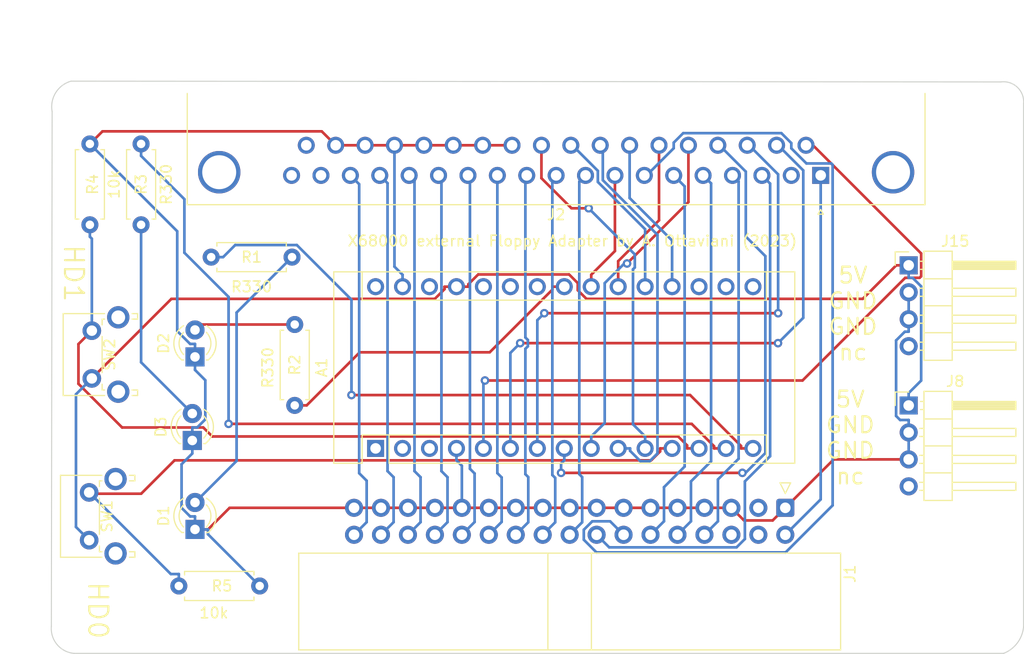
<source format=kicad_pcb>
(kicad_pcb (version 20211014) (generator pcbnew)
  (layers (0 "F.Cu" signal) (31 "B.Cu" signal) (34 "B.Paste" user) (35 "F.Paste" user) (36 "B.SilkS" user "B.Silkscreen") (37 "F.SilkS" user "F.Silkscreen") (38 "B.Mask" user) (39 "F.Mask" user) (44 "Edge.Cuts" user))
  (net 0 "")
  (net 1 "GND")
  (net 2 "~{DENSITY}")
  (net 5 "~{DS3}")
  (net 6 "~{INDEX}")
  (net 7 "~{DS0}")
  (net 8 "~{DS1}")
  (net 9 "~{DS2}")
  (net 10 "~{MOTOR}")
  (net 11 "~{DIR}")
  (net 12 "~{STEP}")
  (net 13 "~{WDATA}")
  (net 14 "~{WGATE}")
  (net 15 "~{TRK0}")
  (net 16 "~{WPROT}")
  (net 17 "~{RDATA}")
  (net 18 "~{SIDE}")
  (net 19 "~{RDY}")
  (net 20 "~{OPT0}")
  (net 22 "~{OPT1}")
  (net 23 "~{OPT2}")
  (net 24 "~{OPT3}")
  (net 25 "~{EJECT}")
  (net 26 "~{EjectMSK}")
  (net 27 "LED")
  (net 28 "~{INSERTED}")
  (net 29 "~{ERROR}")
  (net 30 "~{FDDINT}")
  (net 31 "+5V")
  (net 32 "Net-(D1-Pad2)")
  (net 48 "Net-(D2-Pad2)")
  (net 49 "Net-(D3-Pad2)")
  (net 50 "BT_FD0")
  (net 51 "BT_FD1")
  (net 52 "LED_Err")
  (net 53 "LEDFD0")
  (net 54 "LEDFD1")
  (footprint "LED_THT:LED_D3.0mm" (layer "F.Cu") (at 121.666 81.539 90)
    (fp_text reference "D3" (at 1.27 -2.96 90) (layer "F.SilkS"))
    (fp_text value "LED")
    (pad "1" thru_hole rect (at 0 0 90) (size 1.8 1.8) (drill 0.9) (layers *.Cu *.Mask) (net 1 "GND"))
    (pad "2" thru_hole circle (at 2.54 0 90) (size 1.8 1.8) (drill 0.9) (layers *.Cu *.Mask) (net 49 "Net-(D3-Pad2)"))
  )
  (footprint "Resistor_THT:R_Axial_DIN0207_L6.3mm_D2.5mm_P7.62mm_Horizontal" (layer "F.Cu") (at 128.016 95.25 180)
    (fp_text reference "R5" (at 3.556 0) (layer "F.SilkS"))
    (fp_text value "10k" (at 4.318 -2.54) (layer "F.SilkS"))
    (pad "1" thru_hole circle (at 0 0 180) (size 1.6 1.6) (drill 0.8) (layers *.Cu *.Mask) (net 1 "GND"))
    (pad "2" thru_hole oval (at 7.62 0 180) (size 1.6 1.6) (drill 0.8) (layers *.Cu *.Mask) (net 50 "BT_FD0"))
  )
  (footprint "Resistor_THT:R_Axial_DIN0207_L6.3mm_D2.5mm_P7.62mm_Horizontal" (layer "F.Cu") (at 131.064 64.262 180)
    (fp_text reference "R1" (at 3.81 0) (layer "F.SilkS"))
    (fp_text value "R330" (at 3.81 -2.794) (layer "F.SilkS"))
    (pad "1" thru_hole circle (at 0 0 180) (size 1.6 1.6) (drill 0.8) (layers *.Cu *.Mask) (net 32 "Net-(D1-Pad2)"))
    (pad "2" thru_hole oval (at 7.62 0 180) (size 1.6 1.6) (drill 0.8) (layers *.Cu *.Mask) (net 53 "LEDFD0"))
  )
  (footprint "Resistor_THT:R_Axial_DIN0207_L6.3mm_D2.5mm_P7.62mm_Horizontal" (layer "F.Cu") (at 116.84 61.214 90)
    (fp_text reference "R3" (at 3.81 0 90) (layer "F.SilkS"))
    (fp_text value "R330" (at 3.81 2.369998 90) (layer "F.SilkS"))
    (pad "1" thru_hole circle (at 0 0 90) (size 1.6 1.6) (drill 0.8) (layers *.Cu *.Mask) (net 49 "Net-(D3-Pad2)"))
    (pad "2" thru_hole oval (at 7.62 0 90) (size 1.6 1.6) (drill 0.8) (layers *.Cu *.Mask) (net 52 "LED_Err"))
  )
  (footprint "Connector_PinHeader_2.54mm:PinHeader_1x04_P2.54mm_Horizontal" (layer "F.Cu") (at 189.173 78.242)
    (fp_text reference "J8" (at 4.385 -2.27) (layer "F.SilkS"))
    (fp_text value "FloppyPWR")
    (pad "1" thru_hole rect (at 0 0) (size 1.7 1.7) (drill 1) (layers *.Cu *.Mask) (net 31 "+5V"))
    (pad "2" thru_hole oval (at 0 2.54) (size 1.7 1.7) (drill 1) (layers *.Cu *.Mask) (net 1 "GND"))
    (pad "3" thru_hole oval (at 0 5.08) (size 1.7 1.7) (drill 1) (layers *.Cu *.Mask) (net 1 "GND"))
    (pad "4" thru_hole oval (at 0 7.62) (size 1.7 1.7) (drill 1) (layers *.Cu *.Mask))
  )
  (footprint "Button_Switch_THT:SW_Tactile_SPST_Angled_PTS645Vx83-2LFS" (layer "F.Cu") (at 112.1985 75.692 90)
    (fp_text reference "SW2" (at 2.25 1.68 90) (layer "F.SilkS"))
    (fp_text value "SW_Push")
    (pad "" thru_hole circle (at -1.25 2.49 90) (size 2.1 2.1) (drill 1.3) (layers *.Cu *.Mask))
    (pad "" thru_hole circle (at 5.76 2.49 90) (size 2.1 2.1) (drill 1.3) (layers *.Cu *.Mask))
    (pad "1" thru_hole circle (at 0 0 90) (size 1.75 1.75) (drill 0.99) (layers *.Cu *.Mask) (net 31 "+5V"))
    (pad "2" thru_hole circle (at 4.5 0 90) (size 1.75 1.75) (drill 0.99) (layers *.Cu *.Mask) (net 51 "BT_FD1"))
  )
  (footprint "Connector_PinHeader_2.54mm:PinHeader_1x04_P2.54mm_Horizontal" (layer "F.Cu") (at 189.173 65.034)
    (fp_text reference "J15" (at 4.385 -2.27) (layer "F.SilkS"))
    (fp_text value "BrdPWR")
    (pad "1" thru_hole rect (at 0 0) (size 1.7 1.7) (drill 1) (layers *.Cu *.Mask) (net 31 "+5V"))
    (pad "2" thru_hole oval (at 0 2.54) (size 1.7 1.7) (drill 1) (layers *.Cu *.Mask) (net 1 "GND"))
    (pad "3" thru_hole oval (at 0 5.08) (size 1.7 1.7) (drill 1) (layers *.Cu *.Mask) (net 1 "GND"))
    (pad "4" thru_hole oval (at 0 7.62) (size 1.7 1.7) (drill 1) (layers *.Cu *.Mask))
  )
  (footprint "Resistor_THT:R_Axial_DIN0207_L6.3mm_D2.5mm_P7.62mm_Horizontal" (layer "F.Cu") (at 112.014 53.594 -90)
    (fp_text reference "R4" (at 3.81 -0.254 90) (layer "F.SilkS"))
    (fp_text value "10k" (at 3.81 -2.286 90) (layer "F.SilkS"))
    (pad "1" thru_hole circle (at 0 0 270) (size 1.6 1.6) (drill 0.8) (layers *.Cu *.Mask) (net 1 "GND"))
    (pad "2" thru_hole oval (at 7.62 0 270) (size 1.6 1.6) (drill 0.8) (layers *.Cu *.Mask) (net 51 "BT_FD1"))
  )
  (footprint "Resistor_THT:R_Axial_DIN0207_L6.3mm_D2.5mm_P7.62mm_Horizontal" (layer "F.Cu") (at 131.318 70.612 -90)
    (fp_text reference "R2" (at 3.81 0 90) (layer "F.SilkS"))
    (fp_text value "R330" (at 4.064 2.54 90) (layer "F.SilkS"))
    (pad "1" thru_hole circle (at 0 0 270) (size 1.6 1.6) (drill 0.8) (layers *.Cu *.Mask) (net 48 "Net-(D2-Pad2)"))
    (pad "2" thru_hole oval (at 7.62 0 270) (size 1.6 1.6) (drill 0.8) (layers *.Cu *.Mask) (net 54 "LEDFD1"))
  )
  (footprint "Connector_IDC:IDC-Header_2x17_P2.54mm_Horizontal" (layer "F.Cu") (at 177.546 87.884 -90)
    (fp_text reference "J1" (at 6.215 -6.1 -90) (layer "F.SilkS"))
    (fp_text value "FD Connector")
    (pad "1" thru_hole roundrect (at 0 0 270) (size 1.7 1.7) (drill 1) (layers *.Cu *.Mask) (roundrect_rratio 0.1470588235) (net 1 "GND"))
    (pad "2" thru_hole circle (at 2.54 0 270) (size 1.7 1.7) (drill 1) (layers *.Cu *.Mask) (net 2 "~{DENSITY}"))
    (pad "3" thru_hole circle (at 0 2.54 270) (size 1.7 1.7) (drill 1) (layers *.Cu *.Mask))
    (pad "4" thru_hole circle (at 2.54 2.54 270) (size 1.7 1.7) (drill 1) (layers *.Cu *.Mask))
    (pad "5" thru_hole circle (at 0 5.08 270) (size 1.7 1.7) (drill 1) (layers *.Cu *.Mask) (net 1 "GND"))
    (pad "6" thru_hole circle (at 2.54 5.08 270) (size 1.7 1.7) (drill 1) (layers *.Cu *.Mask))
    (pad "7" thru_hole circle (at 0 7.62 270) (size 1.7 1.7) (drill 1) (layers *.Cu *.Mask) (net 1 "GND"))
    (pad "8" thru_hole circle (at 2.54 7.62 270) (size 1.7 1.7) (drill 1) (layers *.Cu *.Mask) (net 6 "~{INDEX}"))
    (pad "9" thru_hole circle (at 0 10.16 270) (size 1.7 1.7) (drill 1) (layers *.Cu *.Mask) (net 1 "GND"))
    (pad "10" thru_hole circle (at 2.54 10.16 270) (size 1.7 1.7) (drill 1) (layers *.Cu *.Mask) (net 7 "~{DS0}"))
    (pad "11" thru_hole circle (at 0 12.7 270) (size 1.7 1.7) (drill 1) (layers *.Cu *.Mask) (net 1 "GND"))
    (pad "12" thru_hole circle (at 2.54 12.7 270) (size 1.7 1.7) (drill 1) (layers *.Cu *.Mask) (net 8 "~{DS1}"))
    (pad "13" thru_hole circle (at 0 15.24 270) (size 1.7 1.7) (drill 1) (layers *.Cu *.Mask) (net 1 "GND"))
    (pad "14" thru_hole circle (at 2.54 15.24 270) (size 1.7 1.7) (drill 1) (layers *.Cu *.Mask) (net 9 "~{DS2}"))
    (pad "15" thru_hole circle (at 0 17.78 270) (size 1.7 1.7) (drill 1) (layers *.Cu *.Mask) (net 1 "GND"))
    (pad "16" thru_hole circle (at 2.54 17.78 270) (size 1.7 1.7) (drill 1) (layers *.Cu *.Mask) (net 5 "~{DS3}"))
    (pad "17" thru_hole circle (at 0 20.32 270) (size 1.7 1.7) (drill 1) (layers *.Cu *.Mask) (net 1 "GND"))
    (pad "18" thru_hole circle (at 2.54 20.32 270) (size 1.7 1.7) (drill 1) (layers *.Cu *.Mask) (net 11 "~{DIR}"))
    (pad "19" thru_hole circle (at 0 22.86 270) (size 1.7 1.7) (drill 1) (layers *.Cu *.Mask) (net 1 "GND"))
    (pad "20" thru_hole circle (at 2.54 22.86 270) (size 1.7 1.7) (drill 1) (layers *.Cu *.Mask) (net 12 "~{STEP}"))
    (pad "21" thru_hole circle (at 0 25.4 270) (size 1.7 1.7) (drill 1) (layers *.Cu *.Mask) (net 1 "GND"))
    (pad "22" thru_hole circle (at 2.54 25.4 270) (size 1.7 1.7) (drill 1) (layers *.Cu *.Mask) (net 13 "~{WDATA}"))
    (pad "23" thru_hole circle (at 0 27.94 270) (size 1.7 1.7) (drill 1) (layers *.Cu *.Mask) (net 1 "GND"))
    (pad "24" thru_hole circle (at 2.54 27.94 270) (size 1.7 1.7) (drill 1) (layers *.Cu *.Mask) (net 14 "~{WGATE}"))
    (pad "25" thru_hole circle (at 0 30.48 270) (size 1.7 1.7) (drill 1) (layers *.Cu *.Mask) (net 1 "GND"))
    (pad "26" thru_hole circle (at 2.54 30.48 270) (size 1.7 1.7) (drill 1) (layers *.Cu *.Mask) (net 15 "~{TRK0}"))
    (pad "27" thru_hole circle (at 0 33.02 270) (size 1.7 1.7) (drill 1) (layers *.Cu *.Mask) (net 1 "GND"))
    (pad "28" thru_hole circle (at 2.54 33.02 270) (size 1.7 1.7) (drill 1) (layers *.Cu *.Mask) (net 16 "~{WPROT}"))
    (pad "29" thru_hole circle (at 0 35.56 270) (size 1.7 1.7) (drill 1) (layers *.Cu *.Mask) (net 1 "GND"))
    (pad "30" thru_hole circle (at 2.54 35.56 270) (size 1.7 1.7) (drill 1) (layers *.Cu *.Mask) (net 17 "~{RDATA}"))
    (pad "31" thru_hole circle (at 0 38.1 270) (size 1.7 1.7) (drill 1) (layers *.Cu *.Mask) (net 1 "GND"))
    (pad "32" thru_hole circle (at 2.54 38.1 270) (size 1.7 1.7) (drill 1) (layers *.Cu *.Mask) (net 18 "~{SIDE}"))
    (pad "33" thru_hole circle (at 0 40.64 270) (size 1.7 1.7) (drill 1) (layers *.Cu *.Mask) (net 1 "GND"))
    (pad "34" thru_hole circle (at 2.54 40.64 270) (size 1.7 1.7) (drill 1) (layers *.Cu *.Mask) (net 19 "~{RDY}"))
  )
  (footprint "LED_THT:LED_D3.0mm" (layer "F.Cu") (at 121.92 73.665 90)
    (fp_text reference "D2" (at 1.27 -2.96 90) (layer "F.SilkS"))
    (fp_text value "LED")
    (pad "1" thru_hole rect (at 0 0 90) (size 1.8 1.8) (drill 0.9) (layers *.Cu *.Mask) (net 1 "GND"))
    (pad "2" thru_hole circle (at 2.54 0 90) (size 1.8 1.8) (drill 0.9) (layers *.Cu *.Mask) (net 48 "Net-(D2-Pad2)"))
  )
  (footprint "Button_Switch_THT:SW_Tactile_SPST_Angled_PTS645Vx83-2LFS" (layer "F.Cu") (at 111.9445 90.932 90)
    (fp_text reference "SW1" (at 2.25 1.68 90) (layer "F.SilkS"))
    (fp_text value "SW_Push")
    (pad "" thru_hole circle (at -1.25 2.49 90) (size 2.1 2.1) (drill 1.3) (layers *.Cu *.Mask))
    (pad "" thru_hole circle (at 5.76 2.49 90) (size 2.1 2.1) (drill 1.3) (layers *.Cu *.Mask))
    (pad "1" thru_hole circle (at 0 0 90) (size 1.75 1.75) (drill 0.99) (layers *.Cu *.Mask) (net 31 "+5V"))
    (pad "2" thru_hole circle (at 4.5 0 90) (size 1.75 1.75) (drill 0.99) (layers *.Cu *.Mask) (net 50 "BT_FD0"))
  )
  (footprint "Connector_Dsub:DSUB-37_Male_Horizontal_P2.77x2.84mm_EdgePinOffset4.94mm_Housed_MountingHolesOffset7.48mm" (layer "F.Cu") (at 180.881 56.5593 180)
    (fp_text reference "J2" (at 24.93 -3.7 180) (layer "F.SilkS"))
    (fp_text value "DB37_Male")
    (pad "0" thru_hole circle (at 56.68 0.3 180) (size 4 4) (drill 3.2) (layers *.Cu *.Mask))
    (pad "0" thru_hole circle (at -6.82 0.3 180) (size 4 4) (drill 3.2) (layers *.Cu *.Mask))
    (pad "1" thru_hole rect (at 0 0 180) (size 1.6 1.6) (drill 1) (layers *.Cu *.Mask) (net 2 "~{DENSITY}"))
    (pad "2" thru_hole circle (at 2.77 0 180) (size 1.6 1.6) (drill 1) (layers *.Cu *.Mask))
    (pad "3" thru_hole circle (at 5.54 0 180) (size 1.6 1.6) (drill 1) (layers *.Cu *.Mask) (net 5 "~{DS3}"))
    (pad "4" thru_hole circle (at 8.31 0 180) (size 1.6 1.6) (drill 1) (layers *.Cu *.Mask) (net 6 "~{INDEX}"))
    (pad "5" thru_hole circle (at 11.08 0 180) (size 1.6 1.6) (drill 1) (layers *.Cu *.Mask) (net 7 "~{DS0}"))
    (pad "6" thru_hole circle (at 13.85 0 180) (size 1.6 1.6) (drill 1) (layers *.Cu *.Mask) (net 8 "~{DS1}"))
    (pad "7" thru_hole circle (at 16.62 0 180) (size 1.6 1.6) (drill 1) (layers *.Cu *.Mask) (net 9 "~{DS2}"))
    (pad "8" thru_hole circle (at 19.39 0 180) (size 1.6 1.6) (drill 1) (layers *.Cu *.Mask) (net 10 "~{MOTOR}"))
    (pad "9" thru_hole circle (at 22.16 0 180) (size 1.6 1.6) (drill 1) (layers *.Cu *.Mask) (net 11 "~{DIR}"))
    (pad "10" thru_hole circle (at 24.93 0 180) (size 1.6 1.6) (drill 1) (layers *.Cu *.Mask) (net 12 "~{STEP}"))
    (pad "11" thru_hole circle (at 27.7 0 180) (size 1.6 1.6) (drill 1) (layers *.Cu *.Mask) (net 13 "~{WDATA}"))
    (pad "12" thru_hole circle (at 30.47 0 180) (size 1.6 1.6) (drill 1) (layers *.Cu *.Mask) (net 14 "~{WGATE}"))
    (pad "13" thru_hole circle (at 33.24 0 180) (size 1.6 1.6) (drill 1) (layers *.Cu *.Mask) (net 15 "~{TRK0}"))
    (pad "14" thru_hole circle (at 36.01 0 180) (size 1.6 1.6) (drill 1) (layers *.Cu *.Mask) (net 16 "~{WPROT}"))
    (pad "15" thru_hole circle (at 38.78 0 180) (size 1.6 1.6) (drill 1) (layers *.Cu *.Mask) (net 17 "~{RDATA}"))
    (pad "16" thru_hole circle (at 41.55 0 180) (size 1.6 1.6) (drill 1) (layers *.Cu *.Mask) (net 18 "~{SIDE}"))
    (pad "17" thru_hole circle (at 44.32 0 180) (size 1.6 1.6) (drill 1) (layers *.Cu *.Mask) (net 19 "~{RDY}"))
    (pad "18" thru_hole circle (at 47.09 0 180) (size 1.6 1.6) (drill 1) (layers *.Cu *.Mask))
    (pad "19" thru_hole circle (at 49.86 0 180) (size 1.6 1.6) (drill 1) (layers *.Cu *.Mask))
    (pad "20" thru_hole circle (at 1.385 2.84 180) (size 1.6 1.6) (drill 1) (layers *.Cu *.Mask) (net 20 "~{OPT0}"))
    (pad "21" thru_hole circle (at 4.155 2.84 180) (size 1.6 1.6) (drill 1) (layers *.Cu *.Mask) (net 22 "~{OPT1}"))
    (pad "22" thru_hole circle (at 6.925 2.84 180) (size 1.6 1.6) (drill 1) (layers *.Cu *.Mask) (net 23 "~{OPT2}"))
    (pad "23" thru_hole circle (at 9.695 2.84 180) (size 1.6 1.6) (drill 1) (layers *.Cu *.Mask) (net 24 "~{OPT3}"))
    (pad "24" thru_hole circle (at 12.465 2.84 180) (size 1.6 1.6) (drill 1) (layers *.Cu *.Mask) (net 25 "~{EJECT}"))
    (pad "25" thru_hole circle (at 15.235 2.84 180) (size 1.6 1.6) (drill 1) (layers *.Cu *.Mask) (net 26 "~{EjectMSK}"))
    (pad "26" thru_hole circle (at 18.005 2.84 180) (size 1.6 1.6) (drill 1) (layers *.Cu *.Mask) (net 27 "LED"))
    (pad "27" thru_hole circle (at 20.775 2.84 180) (size 1.6 1.6) (drill 1) (layers *.Cu *.Mask) (net 28 "~{INSERTED}"))
    (pad "28" thru_hole circle (at 23.545 2.84 180) (size 1.6 1.6) (drill 1) (layers *.Cu *.Mask) (net 29 "~{ERROR}"))
    (pad "29" thru_hole circle (at 26.315 2.84 180) (size 1.6 1.6) (drill 1) (layers *.Cu *.Mask) (net 30 "~{FDDINT}"))
    (pad "30" thru_hole circle (at 29.085 2.84 180) (size 1.6 1.6) (drill 1) (layers *.Cu *.Mask) (net 1 "GND"))
    (pad "31" thru_hole circle (at 31.855 2.84 180) (size 1.6 1.6) (drill 1) (layers *.Cu *.Mask) (net 1 "GND"))
    (pad "32" thru_hole circle (at 34.625 2.84 180) (size 1.6 1.6) (drill 1) (layers *.Cu *.Mask) (net 1 "GND"))
    (pad "33" thru_hole circle (at 37.395 2.84 180) (size 1.6 1.6) (drill 1) (layers *.Cu *.Mask) (net 1 "GND"))
    (pad "34" thru_hole circle (at 40.165 2.84 180) (size 1.6 1.6) (drill 1) (layers *.Cu *.Mask) (net 1 "GND"))
    (pad "35" thru_hole circle (at 42.935 2.84 180) (size 1.6 1.6) (drill 1) (layers *.Cu *.Mask) (net 1 "GND"))
    (pad "36" thru_hole circle (at 45.705 2.84 180) (size 1.6 1.6) (drill 1) (layers *.Cu *.Mask) (net 1 "GND"))
    (pad "37" thru_hole circle (at 48.475 2.84 180) (size 1.6 1.6) (drill 1) (layers *.Cu *.Mask))
  )
  (footprint "LED_THT:LED_D3.0mm" (layer "F.Cu") (at 121.92 89.921 90)
    (fp_text reference "D1" (at 1.27 -2.96 90) (layer "F.SilkS"))
    (fp_text value "LED")
    (pad "1" thru_hole rect (at 0 0 90) (size 1.8 1.8) (drill 0.9) (layers *.Cu *.Mask) (net 1 "GND"))
    (pad "2" thru_hole circle (at 2.54 0 90) (size 1.8 1.8) (drill 0.9) (layers *.Cu *.Mask) (net 32 "Net-(D1-Pad2)"))
  )
  (footprint "Module:Arduino_Nano" (layer "F.Cu") (at 138.938 82.286 90)
    (fp_text reference "A1" (at 7.62 -5.08 90) (layer "F.SilkS"))
    (fp_text value "Arduino_Nano_v3.x")
    (pad "1" thru_hole rect (at 0 0 90) (size 1.6 1.6) (drill 1) (layers *.Cu *.Mask))
    (pad "2" thru_hole oval (at 0 2.54 90) (size 1.6 1.6) (drill 1) (layers *.Cu *.Mask))
    (pad "3" thru_hole oval (at 0 5.08 90) (size 1.6 1.6) (drill 1) (layers *.Cu *.Mask))
    (pad "4" thru_hole oval (at 0 7.62 90) (size 1.6 1.6) (drill 1) (layers *.Cu *.Mask) (net 1 "GND"))
    (pad "5" thru_hole oval (at 0 10.16 90) (size 1.6 1.6) (drill 1) (layers *.Cu *.Mask) (net 20 "~{OPT0}"))
    (pad "6" thru_hole oval (at 0 12.7 90) (size 1.6 1.6) (drill 1) (layers *.Cu *.Mask) (net 22 "~{OPT1}"))
    (pad "7" thru_hole oval (at 0 15.24 90) (size 1.6 1.6) (drill 1) (layers *.Cu *.Mask) (net 23 "~{OPT2}"))
    (pad "8" thru_hole oval (at 0 17.78 90) (size 1.6 1.6) (drill 1) (layers *.Cu *.Mask) (net 24 "~{OPT3}"))
    (pad "9" thru_hole oval (at 0 20.32 90) (size 1.6 1.6) (drill 1) (layers *.Cu *.Mask) (net 25 "~{EJECT}"))
    (pad "10" thru_hole oval (at 0 22.86 90) (size 1.6 1.6) (drill 1) (layers *.Cu *.Mask) (net 28 "~{INSERTED}"))
    (pad "11" thru_hole oval (at 0 25.4 90) (size 1.6 1.6) (drill 1) (layers *.Cu *.Mask) (net 30 "~{FDDINT}"))
    (pad "12" thru_hole oval (at 0 27.94 90) (size 1.6 1.6) (drill 1) (layers *.Cu *.Mask) (net 50 "BT_FD0"))
    (pad "13" thru_hole oval (at 0 30.48 90) (size 1.6 1.6) (drill 1) (layers *.Cu *.Mask) (net 51 "BT_FD1"))
    (pad "14" thru_hole oval (at 0 33.02 90) (size 1.6 1.6) (drill 1) (layers *.Cu *.Mask) (net 52 "LED_Err"))
    (pad "15" thru_hole oval (at 0 35.56 90) (size 1.6 1.6) (drill 1) (layers *.Cu *.Mask) (net 53 "LEDFD0"))
    (pad "16" thru_hole oval (at 15.24 35.56 90) (size 1.6 1.6) (drill 1) (layers *.Cu *.Mask))
    (pad "17" thru_hole oval (at 15.24 33.02 90) (size 1.6 1.6) (drill 1) (layers *.Cu *.Mask))
    (pad "18" thru_hole oval (at 15.24 30.48 90) (size 1.6 1.6) (drill 1) (layers *.Cu *.Mask))
    (pad "19" thru_hole oval (at 15.24 27.94 90) (size 1.6 1.6) (drill 1) (layers *.Cu *.Mask) (net 27 "LED"))
    (pad "20" thru_hole oval (at 15.24 25.4 90) (size 1.6 1.6) (drill 1) (layers *.Cu *.Mask) (net 29 "~{ERROR}"))
    (pad "21" thru_hole oval (at 15.24 22.86 90) (size 1.6 1.6) (drill 1) (layers *.Cu *.Mask) (net 26 "~{EjectMSK}"))
    (pad "22" thru_hole oval (at 15.24 20.32 90) (size 1.6 1.6) (drill 1) (layers *.Cu *.Mask) (net 10 "~{MOTOR}"))
    (pad "23" thru_hole oval (at 15.24 17.78 90) (size 1.6 1.6) (drill 1) (layers *.Cu *.Mask) (net 54 "LEDFD1"))
    (pad "24" thru_hole oval (at 15.24 15.24 90) (size 1.6 1.6) (drill 1) (layers *.Cu *.Mask))
    (pad "25" thru_hole oval (at 15.24 12.7 90) (size 1.6 1.6) (drill 1) (layers *.Cu *.Mask))
    (pad "26" thru_hole oval (at 15.24 10.16 90) (size 1.6 1.6) (drill 1) (layers *.Cu *.Mask))
    (pad "27" thru_hole oval (at 15.24 7.62 90) (size 1.6 1.6) (drill 1) (layers *.Cu *.Mask) (net 31 "+5V"))
    (pad "28" thru_hole oval (at 15.24 5.08 90) (size 1.6 1.6) (drill 1) (layers *.Cu *.Mask))
    (pad "29" thru_hole oval (at 15.24 2.54 90) (size 1.6 1.6) (drill 1) (layers *.Cu *.Mask) (net 1 "GND"))
    (pad "30" thru_hole oval (at 15.24 0 90) (size 1.6 1.6) (drill 1) (layers *.Cu *.Mask))
  )
  (gr_arc (start 108.458 50.546) (mid 108.792724 48.767562) (end 110.238344 47.678949) (layer "Edge.Cuts") (width 0.1))
  (gr_line (start 197.866 47.752) (end 110.238344 47.678949) (layer "Edge.Cuts") (width 0.1))
  (gr_arc (start 110.518956 101.6) (mid 108.92588 100.771985) (end 108.38495 99.06) (layer "Edge.Cuts") (width 0.1))
  (gr_line (start 108.458 50.546) (end 108.38495 99.06) (layer "Edge.Cuts") (width 0.1))
  (gr_arc (start 200.000006 99.06) (mid 199.424866 100.600054) (end 198.120006 101.6) (layer "Edge.Cuts") (width 0.1))
  (gr_line (start 200.000006 99.06) (end 200.000006 49.784) (layer "Edge.Cuts") (width 0.1))
  (gr_line (start 110.518956 101.6) (end 198.12 101.6) (layer "Edge.Cuts") (width 0.1))
  (gr_arc (start 197.866 47.752) (mid 199.418949 48.257656) (end 200 49.784) (layer "Edge.Cuts") (width 0.1))
  (gr_text "X68000 external Floppy Adapter by A. Ottaviani (2023)" (at 157.48 62.738) (layer "F.SilkS") (effects (font (size 1 1))))
  (gr_text "	5V\n	GND\n	GND\n	nc" (at 180.848 81.28) (layer "F.SilkS") (effects (font (size 1.5 1.5) (thickness 0.2))))
  (gr_text "HD1" (at 110.49 65.786 270) (layer "F.SilkS") (effects (font (size 1.8 1.8) (thickness 0.2))))
  (gr_text "HD0" (at 112.776 97.547 270) (layer "F.SilkS") (effects (font (size 1.8 1.8) (thickness 0.2))))
  (gr_text "	5V\n	GND\n	GND\n	nc" (at 181.102 69.596) (layer "F.SilkS") (effects (font (size 1.5 1.5) (thickness 0.2))))
  (segment (start 125.1821 87.884) (end 123.1451 89.921) (width 0.25) (layer "F.Cu") (net 1))
  (segment (start 176.3554 89.0746) (end 177.546 87.884) (width 0.25) (layer "F.Cu") (net 1))
  (segment (start 169.926 87.884) (end 172.466 87.884) (width 0.25) (layer "F.Cu") (net 1))
  (segment (start 164.846 87.884) (end 167.386 87.884) (width 0.25) (layer "F.Cu") (net 1))
  (segment (start 143.486 53.7193) (end 146.256 53.7193) (width 0.25) (layer "F.Cu") (net 1))
  (segment (start 146.256 53.7193) (end 149.026 53.7193) (width 0.25) (layer "F.Cu") (net 1))
  (segment (start 113.201 52.407) (end 112.014 53.594) (width 0.25) (layer "F.Cu") (net 1))
  (segment (start 135.176 53.7193) (end 133.8637 52.407) (width 0.25) (layer "F.Cu") (net 1))
  (segment (start 173.6566 89.0746) (end 176.3554 89.0746) (width 0.25) (layer "F.Cu") (net 1))
  (segment (start 149.606 87.884) (end 152.146 87.884) (width 0.25) (layer "F.Cu") (net 1))
  (segment (start 154.686 87.884) (end 157.226 87.884) (width 0.25) (layer "F.Cu") (net 1))
  (segment (start 139.446 87.884) (end 141.986 87.884) (width 0.25) (layer "F.Cu") (net 1))
  (segment (start 141.986 87.884) (end 144.526 87.884) (width 0.25) (layer "F.Cu") (net 1))
  (segment (start 182.108 83.322) (end 177.546 87.884) (width 0.25) (layer "F.Cu") (net 1))
  (segment (start 144.526 87.884) (end 147.066 87.884) (width 0.25) (layer "F.Cu") (net 1))
  (segment (start 172.466 87.884) (end 173.6566 89.0746) (width 0.25) (layer "F.Cu") (net 1))
  (segment (start 162.306 87.884) (end 164.846 87.884) (width 0.25) (layer "F.Cu") (net 1))
  (segment (start 121.92 89.921) (end 123.1451 89.921) (width 0.25) (layer "F.Cu") (net 1))
  (segment (start 159.766 87.884) (end 162.306 87.884) (width 0.25) (layer "F.Cu") (net 1))
  (segment (start 147.066 87.884) (end 149.606 87.884) (width 0.25) (layer "F.Cu") (net 1))
  (segment (start 152.146 87.884) (end 154.686 87.884) (width 0.25) (layer "F.Cu") (net 1))
  (segment (start 137.946 53.7193) (end 140.716 53.7193) (width 0.25) (layer "F.Cu") (net 1))
  (segment (start 167.386 87.884) (end 169.926 87.884) (width 0.25) (layer "F.Cu") (net 1))
  (segment (start 140.716 53.7193) (end 143.486 53.7193) (width 0.25) (layer "F.Cu") (net 1))
  (segment (start 133.8637 52.407) (end 113.201 52.407) (width 0.25) (layer "F.Cu") (net 1))
  (segment (start 136.906 87.884) (end 125.1821 87.884) (width 0.25) (layer "F.Cu") (net 1))
  (segment (start 157.226 87.884) (end 159.766 87.884) (width 0.25) (layer "F.Cu") (net 1))
  (segment (start 149.026 53.7193) (end 151.796 53.7193) (width 0.25) (layer "F.Cu") (net 1))
  (segment (start 189.173 83.322) (end 182.108 83.322) (width 0.25) (layer "F.Cu") (net 1))
  (segment (start 139.446 87.884) (end 136.906 87.884) (width 0.25) (layer "F.Cu") (net 1))
  (segment (start 137.946 53.7193) (end 135.176 53.7193) (width 0.25) (layer "F.Cu") (net 1))
  (segment (start 120.6545 83.7756) (end 121.666 82.7641) (width 0.25) (layer "B.Cu") (net 1))
  (segment (start 189.173 80.782) (end 189.173 79.6069) (width 0.25) (layer "B.Cu") (net 1))
  (segment (start 121.92 73.1021) (end 121.92 73.665) (width 0.25) (layer "B.Cu") (net 1))
  (segment (start 122.42 89.921) (end 121.92 89.921) (width 0.25) (layer "B.Cu") (net 1))
  (segment (start 123.1451 89.921) (end 123.1451 90.3791) (width 0.25) (layer "B.Cu") (net 1))
  (segment (start 146.558 82.286) (end 146.558 83.4111) (width 0.25) (layer "B.Cu") (net 1))
  (segment (start 121.4605 72.4399) (end 121.92 72.4399) (width 0.25) (layer "B.Cu") (net 1))
  (segment (start 189.173 67.574) (end 189.173 70.114) (width 0.25) (layer "B.Cu") (net 1))
  (segment (start 121.92 73.665) (end 121.92 74.8901) (width 0.25) (layer "B.Cu") (net 1))
  (segment (start 121.666 81.539) (end 121.666 82.7641) (width 0.25) (layer "B.Cu") (net 1))
  (segment (start 120.2448 61.8248) (end 120.2448 71.2242) (width 0.25) (layer "B.Cu") (net 1))
  (segment (start 189.173 83.322) (end 189.173 80.782) (width 0.25) (layer "B.Cu") (net 1))
  (segment (start 122.8911 79.5483) (end 122.1255 80.3139) (width 0.25) (layer "B.Cu") (net 1))
  (segment (start 147.066 87.884) (end 147.066 83.9191) (width 0.25) (layer "B.Cu") (net 1))
  (segment (start 120.6545 87.8898) (end 120.6545 83.7756) (width 0.25) (layer "B.Cu") (net 1))
  (segment (start 121.92 89.921) (end 121.92 88.6959) (width 0.25) (layer "B.Cu") (net 1))
  (segment (start 189.173 70.114) (end 189.173 71.2891) (width 0.25) (layer "B.Cu") (net 1))
  (segment (start 122.42 89.921) (end 123.1451 89.921) (width 0.25) (layer "B.Cu") (net 1))
  (segment (start 140.716 53.7193) (end 140.716 65.1589) (width 0.25) (layer "B.Cu") (net 1))
  (segment (start 120.2448 71.2242) (end 121.4605 72.4399) (width 0.25) (layer "B.Cu") (net 1))
  (segment (start 187.9874 72.1094) (end 188.8077 71.2891) (width 0.25) (layer "B.Cu") (net 1))
  (segment (start 121.4606 88.6959) (end 120.6545 87.8898) (width 0.25) (layer "B.Cu") (net 1))
  (segment (start 123.1451 90.3791) (end 128.016 95.25) (width 0.25) (layer "B.Cu") (net 1))
  (segment (start 121.92 88.6959) (end 121.4606 88.6959) (width 0.25) (layer "B.Cu") (net 1))
  (segment (start 140.716 65.1589) (end 141.478 65.9209) (width 0.25) (layer "B.Cu") (net 1))
  (segment (start 122.1255 80.3139) (end 121.666 80.3139) (width 0.25) (layer "B.Cu") (net 1))
  (segment (start 188.3651 79.6069) (end 187.9874 79.2292) (width 0.25) (layer "B.Cu") (net 1))
  (segment (start 122.8911 75.8612) (end 122.8911 79.5483) (width 0.25) (layer "B.Cu") (net 1))
  (segment (start 147.066 83.9191) (end 146.558 83.4111) (width 0.25) (layer "B.Cu") (net 1))
  (segment (start 188.8077 71.2891) (end 189.173 71.2891) (width 0.25) (layer "B.Cu") (net 1))
  (segment (start 141.478 67.046) (end 141.478 65.9209) (width 0.25) (layer "B.Cu") (net 1))
  (segment (start 189.173 79.6069) (end 188.3651 79.6069) (width 0.25) (layer "B.Cu") (net 1))
  (segment (start 121.92 74.8901) (end 122.8911 75.8612) (width 0.25) (layer "B.Cu") (net 1))
  (segment (start 121.666 81.539) (end 121.666 80.3139) (width 0.25) (layer "B.Cu") (net 1))
  (segment (start 187.9874 79.2292) (end 187.9874 72.1094) (width 0.25) (layer "B.Cu") (net 1))
  (segment (start 112.014 53.594) (end 120.2448 61.8248) (width 0.25) (layer "B.Cu") (net 1))
  (segment (start 121.92 73.1021) (end 121.92 72.4399) (width 0.25) (layer "B.Cu") (net 1))
  (segment (start 180.881 87.089) (end 177.546 90.424) (width 0.25) (layer "B.Cu") (net 2))
  (segment (start 180.881 56.5593) (end 180.881 87.089) (width 0.25) (layer "B.Cu") (net 2))
  (segment (start 176.1153 83.0193) (end 176.1153 57.3336) (width 0.25) (layer "B.Cu") (net 5))
  (segment (start 160.9519 91.6099) (end 172.9502 91.6099) (width 0.25) (layer "B.Cu") (net 5))
  (segment (start 173.736 85.3986) (end 176.1153 83.0193) (width 0.25) (layer "B.Cu") (net 5))
  (segment (start 159.766 90.424) (end 160.9519 91.6099) (width 0.25) (layer "B.Cu") (net 5))
  (segment (start 173.736 90.8241) (end 173.736 85.3986) (width 0.25) (layer "B.Cu") (net 5))
  (segment (start 172.9502 91.6099) (end 173.736 90.8241) (width 0.25) (layer "B.Cu") (net 5))
  (segment (start 176.1153 57.3336) (end 175.341 56.5593) (width 0.25) (layer "B.Cu") (net 5))
  (segment (start 172.571 56.5593) (end 173.1459 57.1342) (width 0.25) (layer "B.Cu") (net 6))
  (segment (start 173.1459 57.1342) (end 173.1459 83.2628) (width 0.25) (layer "B.Cu") (net 6))
  (segment (start 173.1459 83.2628) (end 171.196 85.2127) (width 0.25) (layer "B.Cu") (net 6))
  (segment (start 171.196 89.154) (end 169.926 90.424) (width 0.25) (layer "B.Cu") (net 6))
  (segment (start 171.196 85.2127) (end 171.196 89.154) (width 0.25) (layer "B.Cu") (net 6))
  (segment (start 168.656 85.3985) (end 168.656 89.154) (width 0.25) (layer "B.Cu") (net 7))
  (segment (start 168.656 89.154) (end 167.386 90.424) (width 0.25) (layer "B.Cu") (net 7))
  (segment (start 169.801 56.5593) (end 170.5529 57.3112) (width 0.25) (layer "B.Cu") (net 7))
  (segment (start 170.5529 83.5016) (end 168.656 85.3985) (width 0.25) (layer "B.Cu") (net 7))
  (segment (start 170.5529 57.3112) (end 170.5529 83.5016) (width 0.25) (layer "B.Cu") (net 7))
  (segment (start 168.0589 83.9983) (end 166.116 85.9412) (width 0.25) (layer "B.Cu") (net 8))
  (segment (start 166.116 89.154) (end 164.846 90.424) (width 0.25) (layer "B.Cu") (net 8))
  (segment (start 167.031 56.5593) (end 168.0589 57.5872) (width 0.25) (layer "B.Cu") (net 8))
  (segment (start 166.116 85.9412) (end 166.116 89.154) (width 0.25) (layer "B.Cu") (net 8))
  (segment (start 168.0589 57.5872) (end 168.0589 83.9983) (width 0.25) (layer "B.Cu") (net 8))
  (segment (start 167.031 53.4724) (end 167.925 52.5784) (width 0.25) (layer "B.Cu") (net 9))
  (segment (start 159.7498 92.0832) (end 158.557 90.8904) (width 0.25) (layer "B.Cu") (net 9))
  (segment (start 161.036 89.154) (end 162.306 90.424) (width 0.25) (layer "B.Cu") (net 9))
  (segment (start 167.925 52.5784) (end 177.1777 52.5784) (width 0.25) (layer "B.Cu") (net 9))
  (segment (start 164.4712 56.5593) (end 167.031 53.9995) (width 0.25) (layer "B.Cu") (net 9))
  (segment (start 164.261 56.5593) (end 164.4712 56.5593) (width 0.25) (layer "B.Cu") (net 9))
  (segment (start 179.5377 55.4341) (end 181.8796 55.4341) (width 0.25) (layer "B.Cu") (net 9))
  (segment (start 182.0062 87.6532) (end 177.5762 92.0832) (width 0.25) (layer "B.Cu") (net 9))
  (segment (start 182.0062 55.5607) (end 182.0062 87.6532) (width 0.25) (layer "B.Cu") (net 9))
  (segment (start 167.031 53.9995) (end 167.031 53.4724) (width 0.25) (layer "B.Cu") (net 9))
  (segment (start 181.8796 55.4341) (end 182.0062 55.5607) (width 0.25) (layer "B.Cu") (net 9))
  (segment (start 158.557 89.9537) (end 159.3567 89.154) (width 0.25) (layer "B.Cu") (net 9))
  (segment (start 177.5762 92.0832) (end 159.7498 92.0832) (width 0.25) (layer "B.Cu") (net 9))
  (segment (start 159.3567 89.154) (end 161.036 89.154) (width 0.25) (layer "B.Cu") (net 9))
  (segment (start 177.1777 52.5784) (end 178.111 53.5117) (width 0.25) (layer "B.Cu") (net 9))
  (segment (start 178.111 53.5117) (end 178.111 54.0074) (width 0.25) (layer "B.Cu") (net 9))
  (segment (start 158.557 90.8904) (end 158.557 89.9537) (width 0.25) (layer "B.Cu") (net 9))
  (segment (start 178.111 54.0074) (end 179.5377 55.4341) (width 0.25) (layer "B.Cu") (net 9))
  (segment (start 159.258 65.9209) (end 161.491 63.6879) (width 0.25) (layer "F.Cu") (net 10))
  (segment (start 161.491 63.6879) (end 161.491 56.5593) (width 0.25) (layer "F.Cu") (net 10))
  (segment (start 159.258 67.046) (end 159.258 65.9209) (width 0.25) (layer "F.Cu") (net 10))
  (segment (start 158.4052 89.2448) (end 157.226 90.424) (width 0.25) (layer "B.Cu") (net 11))
  (segment (start 158.1328 84.7152) (end 158.4052 84.9876) (width 0.25) (layer "B.Cu") (net 11))
  (segment (start 158.721 56.5593) (end 158.1328 57.1475) (width 0.25) (layer "B.Cu") (net 11))
  (segment (start 158.1328 57.1475) (end 158.1328 84.7152) (width 0.25) (layer "B.Cu") (net 11))
  (segment (start 158.4052 84.9876) (end 158.4052 89.2448) (width 0.25) (layer "B.Cu") (net 11))
  (segment (start 155.8652 85.0638) (end 155.8652 89.2448) (width 0.25) (layer "B.Cu") (net 12))
  (segment (start 155.5928 56.9175) (end 155.5928 84.7914) (width 0.25) (layer "B.Cu") (net 12))
  (segment (start 155.951 56.5593) (end 155.5928 56.9175) (width 0.25) (layer "B.Cu") (net 12))
  (segment (start 155.8652 89.2448) (end 154.686 90.424) (width 0.25) (layer "B.Cu") (net 12))
  (segment (start 155.5928 84.7914) (end 155.8652 85.0638) (width 0.25) (layer "B.Cu") (net 12))
  (segment (start 153.0528 56.6875) (end 153.181 56.5593) (width 0.25) (layer "B.Cu") (net 13))
  (segment (start 153.3252 84.9876) (end 153.0528 84.7152) (width 0.25) (layer "B.Cu") (net 13))
  (segment (start 153.2862 72.0652) (end 153.0528 71.8318) (width 0.25) (layer "B.Cu") (net 13))
  (segment (start 153.0528 71.8318) (end 153.0528 56.6875) (width 0.25) (layer "B.Cu") (net 13))
  (segment (start 153.0528 72.8994) (end 153.2862 72.666) (width 0.25) (layer "B.Cu") (net 13))
  (segment (start 153.3252 89.2448) (end 153.3252 84.9876) (width 0.25) (layer "B.Cu") (net 13))
  (segment (start 153.2862 72.666) (end 153.2862 72.0652) (width 0.25) (layer "B.Cu") (net 13))
  (segment (start 153.0528 84.7152) (end 153.0528 72.8994) (width 0.25) (layer "B.Cu") (net 13))
  (segment (start 152.146 90.424) (end 153.3252 89.2448) (width 0.25) (layer "B.Cu") (net 13))
  (segment (start 150.411 84.6134) (end 150.8179 85.0203) (width 0.25) (layer "B.Cu") (net 14))
  (segment (start 150.8179 85.0203) (end 150.8179 89.2121) (width 0.25) (layer "B.Cu") (net 14))
  (segment (start 150.8179 89.2121) (end 149.606 90.424) (width 0.25) (layer "B.Cu") (net 14))
  (segment (start 150.411 56.5593) (end 150.411 84.6134) (width 0.25) (layer "B.Cu") (net 14))
  (segment (start 147.828 56.7463) (end 147.641 56.5593) (width 0.25) (layer "B.Cu") (net 15))
  (segment (start 148.2669 84.6449) (end 147.828 84.206) (width 0.25) (layer "B.Cu") (net 15))
  (segment (start 147.066 90.424) (end 148.2669 89.2231) (width 0.25) (layer "B.Cu") (net 15))
  (segment (start 148.2669 89.2231) (end 148.2669 84.6449) (width 0.25) (layer "B.Cu") (net 15))
  (segment (start 147.828 84.206) (end 147.828 56.7463) (width 0.25) (layer "B.Cu") (net 15))
  (segment (start 145.7144 89.2356) (end 144.526 90.424) (width 0.25) (layer "B.Cu") (net 16))
  (segment (start 144.871 56.5593) (end 145.1432 56.8315) (width 0.25) (layer "B.Cu") (net 16))
  (segment (start 145.1432 84.4256) (end 145.7144 84.9968) (width 0.25) (layer "B.Cu") (net 16))
  (segment (start 145.7144 84.9968) (end 145.7144 89.2356) (width 0.25) (layer "B.Cu") (net 16))
  (segment (start 145.1432 56.8315) (end 145.1432 84.4256) (width 0.25) (layer "B.Cu") (net 16))
  (segment (start 142.101 56.5593) (end 142.6032 57.0615) (width 0.25) (layer "B.Cu") (net 17))
  (segment (start 142.6032 84.4256) (end 143.1744 84.9968) (width 0.25) (layer "B.Cu") (net 17))
  (segment (start 143.1744 84.9968) (end 143.1744 89.2356) (width 0.25) (layer "B.Cu") (net 17))
  (segment (start 143.1744 89.2356) (end 141.986 90.424) (width 0.25) (layer "B.Cu") (net 17))
  (segment (start 142.6032 57.0615) (end 142.6032 84.4256) (width 0.25) (layer "B.Cu") (net 17))
  (segment (start 140.6344 84.9968) (end 140.6344 89.2356) (width 0.25) (layer "B.Cu") (net 18))
  (segment (start 140.0632 84.4256) (end 140.6344 84.9968) (width 0.25) (layer "B.Cu") (net 18))
  (segment (start 140.0632 57.2915) (end 140.0632 84.4256) (width 0.25) (layer "B.Cu") (net 18))
  (segment (start 139.331 56.5593) (end 140.0632 57.2915) (width 0.25) (layer "B.Cu") (net 18))
  (segment (start 140.6344 89.2356) (end 139.446 90.424) (width 0.25) (layer "B.Cu") (net 18))
  (segment (start 138.0966 89.2334) (end 138.0966 85.3309) (width 0.25) (layer "B.Cu") (net 19))
  (segment (start 136.906 90.424) (end 138.0966 89.2334) (width 0.25) (layer "B.Cu") (net 19))
  (segment (start 137.391 57.3893) (end 136.561 56.5593) (width 0.25) (layer "B.Cu") (net 19))
  (segment (start 138.0966 85.3309) (end 137.391 84.6253) (width 0.25) (layer "B.Cu") (net 19))
  (segment (start 137.391 84.6253) (end 137.391 57.3893) (width 0.25) (layer "B.Cu") (net 19))
  (segment (start 190.3482 66.065) (end 190.204 66.2092) (width 0.25) (layer "F.Cu") (net 20))
  (segment (start 190.3482 63.9162) (end 190.3482 66.065) (width 0.25) (layer "F.Cu") (net 20))
  (segment (start 180.1513 53.7193) (end 190.3482 63.9162) (width 0.25) (layer "F.Cu") (net 20))
  (segment (start 190.204 66.2092) (end 188.8458 66.2092) (width 0.25) (layer "F.Cu") (net 20))
  (segment (start 179.1681 75.8869) (end 149.244 75.8869) (width 0.25) (layer "F.Cu") (net 20))
  (segment (start 188.8458 66.2092) (end 179.1681 75.8869) (width 0.25) (layer "F.Cu") (net 20))
  (segment (start 179.496 53.7193) (end 180.1513 53.7193) (width 0.25) (layer "F.Cu") (net 20))
  (via (at 149.244 75.8869) (size 0.8) (drill 0.4) (layers "F.Cu" "B.Cu") (net 20))
  (segment (start 149.098 76.0329) (end 149.098 82.286) (width 0.25) (layer "B.Cu") (net 20))
  (segment (start 149.244 75.8869) (end 149.098 76.0329) (width 0.25) (layer "B.Cu") (net 20))
  (segment (start 152.5611 72.3656) (end 176.8567 72.3656) (width 0.25) (layer "F.Cu") (net 22))
  (via (at 176.8567 72.3656) (size 0.8) (drill 0.4) (layers "F.Cu" "B.Cu") (net 22))
  (via (at 152.5611 72.3656) (size 0.8) (drill 0.4) (layers "F.Cu" "B.Cu") (net 22))
  (segment (start 179.2398 69.9825) (end 176.8567 72.3656) (width 0.25) (layer "B.Cu") (net 22))
  (segment (start 151.638 73.2887) (end 151.638 82.286) (width 0.25) (layer "B.Cu") (net 22))
  (segment (start 176.726 53.7193) (end 176.8681 53.7193) (width 0.25) (layer "B.Cu") (net 22))
  (segment (start 179.2398 56.091) (end 179.2398 69.9825) (width 0.25) (layer "B.Cu") (net 22))
  (segment (start 152.5611 72.3656) (end 151.638 73.2887) (width 0.25) (layer "B.Cu") (net 22))
  (segment (start 176.8681 53.7193) (end 179.2398 56.091) (width 0.25) (layer "B.Cu") (net 22))
  (segment (start 176.8702 69.5453) (end 154.8368 69.5453) (width 0.25) (layer "F.Cu") (net 23))
  (via (at 154.8368 69.5453) (size 0.8) (drill 0.4) (layers "F.Cu" "B.Cu") (net 23))
  (via (at 176.8702 69.5453) (size 0.8) (drill 0.4) (layers "F.Cu" "B.Cu") (net 23))
  (segment (start 176.8702 56.4629) (end 176.8702 69.5453) (width 0.25) (layer "B.Cu") (net 23))
  (segment (start 173.956 53.7193) (end 174.1266 53.7193) (width 0.25) (layer "B.Cu") (net 23))
  (segment (start 154.178 82.286) (end 154.178 70.2041) (width 0.25) (layer "B.Cu") (net 23))
  (segment (start 174.1266 53.7193) (end 176.8702 56.4629) (width 0.25) (layer "B.Cu") (net 23))
  (segment (start 154.178 70.2041) (end 154.8368 69.5453) (width 0.25) (layer "B.Cu") (net 23))
  (segment (start 156.417 84.5903) (end 173.5009 84.5903) (width 0.25) (layer "F.Cu") (net 24))
  (via (at 156.417 84.5903) (size 0.8) (drill 0.4) (layers "F.Cu" "B.Cu") (net 24))
  (via (at 173.5009 84.5903) (size 0.8) (drill 0.4) (layers "F.Cu" "B.Cu") (net 24))
  (segment (start 173.8232 56.2026) (end 173.8232 62.3215) (width 0.25) (layer "B.Cu") (net 24))
  (segment (start 171.3399 53.7193) (end 173.8232 56.2026) (width 0.25) (layer "B.Cu") (net 24))
  (segment (start 156.417 83.7121) (end 156.417 84.5903) (width 0.25) (layer "B.Cu") (net 24))
  (segment (start 173.7996 84.5903) (end 173.5009 84.5903) (width 0.25) (layer "B.Cu") (net 24))
  (segment (start 156.718 83.4111) (end 156.417 83.7121) (width 0.25) (layer "B.Cu") (net 24))
  (segment (start 173.8232 62.3215) (end 175.6652 64.1635) (width 0.25) (layer "B.Cu") (net 24))
  (segment (start 175.6652 82.7247) (end 173.7996 84.5903) (width 0.25) (layer "B.Cu") (net 24))
  (segment (start 171.186 53.7193) (end 171.3399 53.7193) (width 0.25) (layer "B.Cu") (net 24))
  (segment (start 175.6652 64.1635) (end 175.6652 82.7247) (width 0.25) (layer "B.Cu") (net 24))
  (segment (start 156.718 82.286) (end 156.718 83.4111) (width 0.25) (layer "B.Cu") (net 24))
  (segment (start 168.416 53.7193) (end 168.416 59.0753) (width 0.25) (layer "F.Cu") (net 25))
  (segment (start 168.416 59.0753) (end 162.6317 64.8596) (width 0.25) (layer "F.Cu") (net 25))
  (via (at 162.6317 64.8596) (size 0.8) (drill 0.4) (layers "F.Cu" "B.Cu") (net 25))
  (segment (start 160.528 79.8909) (end 160.528 66.7094) (width 0.25) (layer "B.Cu") (net 25))
  (segment (start 162.3778 64.8596) (end 162.6317 64.8596) (width 0.25) (layer "B.Cu") (net 25))
  (segment (start 160.528 66.7094) (end 162.3778 64.8596) (width 0.25) (layer "B.Cu") (net 25))
  (segment (start 159.258 81.1609) (end 160.528 79.8909) (width 0.25) (layer "B.Cu") (net 25))
  (segment (start 159.258 82.286) (end 159.258 81.1609) (width 0.25) (layer "B.Cu") (net 25))
  (segment (start 161.798 67.046) (end 161.798 65.9209) (width 0.25) (layer "F.Cu") (net 26))
  (segment (start 161.798 64.6415) (end 161.798 65.9209) (width 0.25) (layer "F.Cu") (net 26))
  (segment (start 165.646 60.7935) (end 161.798 64.6415) (width 0.25) (layer "F.Cu") (net 26))
  (segment (start 165.646 53.7193) (end 165.646 60.7935) (width 0.25) (layer "F.Cu") (net 26))
  (segment (start 162.876 53.7193) (end 162.876 58.6937) (width 0.25) (layer "B.Cu") (net 27))
  (segment (start 166.878 62.6957) (end 166.878 67.046) (width 0.25) (layer "B.Cu") (net 27))
  (segment (start 162.876 58.6937) (end 166.878 62.6957) (width 0.25) (layer "B.Cu") (net 27))
  (segment (start 162.9231 82.5192) (end 162.9231 82.286) (width 0.25) (layer "B.Cu") (net 28))
  (segment (start 165.4995 62.1588) (end 165.4995 82.7561) (width 0.25) (layer "B.Cu") (net 28))
  (segment (start 160.3485 57.0078) (end 165.4995 62.1588) (width 0.25) (layer "B.Cu") (net 28))
  (segment (start 161.798 82.286) (end 162.9231 82.286) (width 0.25) (layer "B.Cu") (net 28))
  (segment (start 163.8873 83.4834) (end 162.9231 82.5192) (width 0.25) (layer "B.Cu") (net 28))
  (segment (start 160.3485 53.9618) (end 160.3485 57.0078) (width 0.25) (layer "B.Cu") (net 28))
  (segment (start 160.106 53.7193) (end 160.3485 53.9618) (width 0.25) (layer "B.Cu") (net 28))
  (segment (start 165.4995 82.7561) (end 164.7722 83.4834) (width 0.25) (layer "B.Cu") (net 28))
  (segment (start 164.7722 83.4834) (end 163.8873 83.4834) (width 0.25) (layer "B.Cu") (net 28))
  (segment (start 157.336 53.7193) (end 157.4736 53.7193) (width 0.25) (layer "B.Cu") (net 29))
  (segment (start 157.4736 53.7193) (end 159.881 56.1267) (width 0.25) (layer "B.Cu") (net 29))
  (segment (start 159.881 56.1267) (end 159.881 57.1769) (width 0.25) (layer "B.Cu") (net 29))
  (segment (start 164.338 61.6339) (end 164.338 67.046) (width 0.25) (layer "B.Cu") (net 29))
  (segment (start 159.881 57.1769) (end 164.338 61.6339) (width 0.25) (layer "B.Cu") (net 29))
  (segment (start 157.4005 59.6568) (end 159.0163 59.6568) (width 0.25) (layer "F.Cu") (net 30))
  (segment (start 154.566 56.8223) (end 157.4005 59.6568) (width 0.25) (layer "F.Cu") (net 30))
  (segment (start 154.566 53.7193) (end 154.566 56.8223) (width 0.25) (layer "F.Cu") (net 30))
  (via (at 159.0163 59.6568) (size 0.8) (drill 0.4) (layers "F.Cu" "B.Cu") (net 30))
  (segment (start 164.338 81.1609) (end 163.1936 80.0165) (width 0.25) (layer "B.Cu") (net 30))
  (segment (start 164.338 82.286) (end 164.338 81.1609) (width 0.25) (layer "B.Cu") (net 30))
  (segment (start 163.3641 64.0046) (end 159.0163 59.6568) (width 0.25) (layer "B.Cu") (net 30))
  (segment (start 163.3641 65.2373) (end 163.3641 64.0046) (width 0.25) (layer "B.Cu") (net 30))
  (segment (start 163.1936 80.0165) (end 163.1936 65.4078) (width 0.25) (layer "B.Cu") (net 30))
  (segment (start 163.1936 65.4078) (end 163.3641 65.2373) (width 0.25) (layer "B.Cu") (net 30))
  (segment (start 144.5198 68.1922) (end 145.4329 67.2791) (width 0.25) (layer "F.Cu") (net 31))
  (segment (start 157.988 67.3768) (end 157.988 66.7089) (width 0.25) (layer "F.Cu") (net 31))
  (segment (start 112.1985 75.692) (end 119.6983 68.1922) (width 0.25) (layer "F.Cu") (net 31))
  (segment (start 157.988 66.7089) (end 157.1725 65.8934) (width 0.25) (layer "F.Cu") (net 31))
  (segment (start 146.558 67.046) (end 147.6831 67.046) (width 0.25) (layer "F.Cu") (net 31))
  (segment (start 189.173 65.034) (end 187.9979 65.034) (width 0.25) (layer "F.Cu") (net 31))
  (segment (start 184.8398 68.1921) (end 158.8033 68.1921) (width 0.25) (layer "F.Cu") (net 31))
  (segment (start 145.4329 67.2791) (end 145.4329 67.046) (width 0.25) (layer "F.Cu") (net 31))
  (segment (start 187.9979 65.034) (end 184.8398 68.1921) (width 0.25) (layer "F.Cu") (net 31))
  (segment (start 119.6983 68.1922) (end 144.5198 68.1922) (width 0.25) (layer "F.Cu") (net 31))
  (segment (start 157.1725 65.8934) (end 148.6025 65.8934) (width 0.25) (layer "F.Cu") (net 31))
  (segment (start 158.8033 68.1921) (end 157.988 67.3768) (width 0.25) (layer "F.Cu") (net 31))
  (segment (start 147.6831 66.8128) (end 147.6831 67.046) (width 0.25) (layer "F.Cu") (net 31))
  (segment (start 146.558 67.046) (end 145.4329 67.046) (width 0.25) (layer "F.Cu") (net 31))
  (segment (start 148.6025 65.8934) (end 147.6831 66.8128) (width 0.25) (layer "F.Cu") (net 31))
  (segment (start 190.3481 75.8918) (end 189.173 77.0669) (width 0.25) (layer "B.Cu") (net 31))
  (segment (start 189.5402 66.2091) (end 190.3481 67.017) (width 0.25) (layer "B.Cu") (net 31))
  (segment (start 111.9445 90.932) (end 110.7041 89.6916) (width 0.25) (layer "B.Cu") (net 31))
  (segment (start 110.7041 77.1864) (end 112.1985 75.692) (width 0.25) (layer "B.Cu") (net 31))
  (segment (start 189.173 66.2091) (end 189.5402 66.2091) (width 0.25) (layer "B.Cu") (net 31))
  (segment (start 189.173 65.034) (end 189.173 66.2091) (width 0.25) (layer "B.Cu") (net 31))
  (segment (start 189.173 78.242) (end 189.173 77.0669) (width 0.25) (layer "B.Cu") (net 31))
  (segment (start 190.3481 67.017) (end 190.3481 75.8918) (width 0.25) (layer "B.Cu") (net 31))
  (segment (start 110.7041 89.6916) (end 110.7041 77.1864) (width 0.25) (layer "B.Cu") (net 31))
  (segment (start 125.8392 83.4618) (end 125.8392 69.4868) (width 0.25) (layer "B.Cu") (net 32))
  (segment (start 125.8392 69.4868) (end 131.064 64.262) (width 0.25) (layer "B.Cu") (net 32))
  (segment (start 121.92 87.381) (end 125.8392 83.4618) (width 0.25) (layer "B.Cu") (net 32))
  (segment (start 121.92 71.125) (end 122.433 70.612) (width 0.25) (layer "F.Cu") (net 48))
  (segment (start 122.433 70.612) (end 131.318 70.612) (width 0.25) (layer "F.Cu") (net 48))
  (segment (start 121.666 78.999) (end 116.84 74.173) (width 0.25) (layer "B.Cu") (net 49))
  (segment (start 116.84 74.173) (end 116.84 61.214) (width 0.25) (layer "B.Cu") (net 49))
  (segment (start 165.7529 82.5674) (end 164.9092 83.4111) (width 0.25) (layer "F.Cu") (net 50))
  (segment (start 112.0683 86.5558) (end 111.9445 86.432) (width 0.25) (layer "F.Cu") (net 50))
  (segment (start 116.8451 86.5558) (end 112.0683 86.5558) (width 0.25) (layer "F.Cu") (net 50))
  (segment (start 166.878 82.286) (end 165.7529 82.286) (width 0.25) (layer "F.Cu") (net 50))
  (segment (start 119.9898 83.4111) (end 116.8451 86.5558) (width 0.25) (layer "F.Cu") (net 50))
  (segment (start 165.7529 82.286) (end 165.7529 82.5674) (width 0.25) (layer "F.Cu") (net 50))
  (segment (start 164.9092 83.4111) (end 119.9898 83.4111) (width 0.25) (layer "F.Cu") (net 50))
  (segment (start 120.396 95.25) (end 120.396 94.1249) (width 0.25) (layer "B.Cu") (net 50))
  (segment (start 119.6374 94.1249) (end 120.396 94.1249) (width 0.25) (layer "B.Cu") (net 50))
  (segment (start 111.9445 86.432) (end 119.6374 94.1249) (width 0.25) (layer "B.Cu") (net 50))
  (segment (start 168.2929 82.0046) (end 167.4492 81.1609) (width 0.25) (layer "F.Cu") (net 51))
  (segment (start 169.418 82.286) (end 168.2929 82.286) (width 0.25) (layer "F.Cu") (net 51))
  (segment (start 168.2929 82.286) (end 168.2929 82.0046) (width 0.25) (layer "F.Cu") (net 51))
  (segment (start 122.7005 80.3138) (end 115.0499 80.3138) (width 0.25) (layer "F.Cu") (net 51))
  (segment (start 115.0499 80.3138) (end 110.9378 76.2017) (width 0.25) (layer "F.Cu") (net 51))
  (segment (start 123.5476 81.1609) (end 122.7005 80.3138) (width 0.25) (layer "F.Cu") (net 51))
  (segment (start 110.9378 76.2017) (end 110.9378 72.4527) (width 0.25) (layer "F.Cu") (net 51))
  (segment (start 167.4492 81.1609) (end 123.5476 81.1609) (width 0.25) (layer "F.Cu") (net 51))
  (segment (start 110.9378 72.4527) (end 112.1985 71.192) (width 0.25) (layer "F.Cu") (net 51))
  (segment (start 112.014 62.3391) (end 112.1985 62.5236) (width 0.25) (layer "B.Cu") (net 51))
  (segment (start 112.1985 62.5236) (end 112.1985 71.192) (width 0.25) (layer "B.Cu") (net 51))
  (segment (start 112.014 61.214) (end 112.014 62.3391) (width 0.25) (layer "B.Cu") (net 51))
  (segment (start 125.0835 79.9719) (end 168.7231 79.9719) (width 0.25) (layer "F.Cu") (net 52))
  (segment (start 170.8329 82.0817) (end 170.8329 82.286) (width 0.25) (layer "F.Cu") (net 52))
  (segment (start 171.958 82.286) (end 170.8329 82.286) (width 0.25) (layer "F.Cu") (net 52))
  (segment (start 168.7231 79.9719) (end 170.8329 82.0817) (width 0.25) (layer "F.Cu") (net 52))
  (via (at 125.0835 79.9719) (size 0.8) (drill 0.4) (layers "F.Cu" "B.Cu") (net 52))
  (segment (start 116.84 54.7191) (end 120.92 58.7991) (width 0.25) (layer "B.Cu") (net 52))
  (segment (start 116.84 53.594) (end 116.84 54.7191) (width 0.25) (layer "B.Cu") (net 52))
  (segment (start 125.0835 68.0112) (end 125.0835 79.9719) (width 0.25) (layer "B.Cu") (net 52))
  (segment (start 120.92 63.8477) (end 125.0835 68.0112) (width 0.25) (layer "B.Cu") (net 52))
  (segment (start 120.92 58.7991) (end 120.92 63.8477) (width 0.25) (layer "B.Cu") (net 52))
  (segment (start 168.5795 77.2595) (end 136.6659 77.2595) (width 0.25) (layer "F.Cu") (net 53))
  (segment (start 173.3729 82.286) (end 173.3729 82.0529) (width 0.25) (layer "F.Cu") (net 53))
  (segment (start 173.3729 82.0529) (end 168.5795 77.2595) (width 0.25) (layer "F.Cu") (net 53))
  (segment (start 174.498 82.286) (end 173.3729 82.286) (width 0.25) (layer "F.Cu") (net 53))
  (via (at 136.6659 77.2595) (size 0.8) (drill 0.4) (layers "F.Cu" "B.Cu") (net 53))
  (segment (start 125.7085 63.1226) (end 131.516 63.1226) (width 0.25) (layer "B.Cu") (net 53))
  (segment (start 123.444 64.262) (end 124.5691 64.262) (width 0.25) (layer "B.Cu") (net 53))
  (segment (start 131.516 63.1226) (end 136.6659 68.2725) (width 0.25) (layer "B.Cu") (net 53))
  (segment (start 136.6659 68.2725) (end 136.6659 77.2595) (width 0.25) (layer "B.Cu") (net 53))
  (segment (start 124.5691 64.262) (end 125.7085 63.1226) (width 0.25) (layer "B.Cu") (net 53))
  (segment (start 156.718 67.046) (end 155.5929 67.046) (width 0.25) (layer "F.Cu") (net 54))
  (segment (start 131.318 78.232) (end 132.4431 78.232) (width 0.25) (layer "F.Cu") (net 54))
  (segment (start 155.5929 67.3273) (end 149.6916 73.2286) (width 0.25) (layer "F.Cu") (net 54))
  (segment (start 155.5929 67.046) (end 155.5929 67.3273) (width 0.25) (layer "F.Cu") (net 54))
  (segment (start 149.6916 73.2286) (end 137.4465 73.2286) (width 0.25) (layer "F.Cu") (net 54))
  (segment (start 137.4465 73.2286) (end 132.4431 78.232) (width 0.25) (layer "F.Cu") (net 54))
)
</source>
